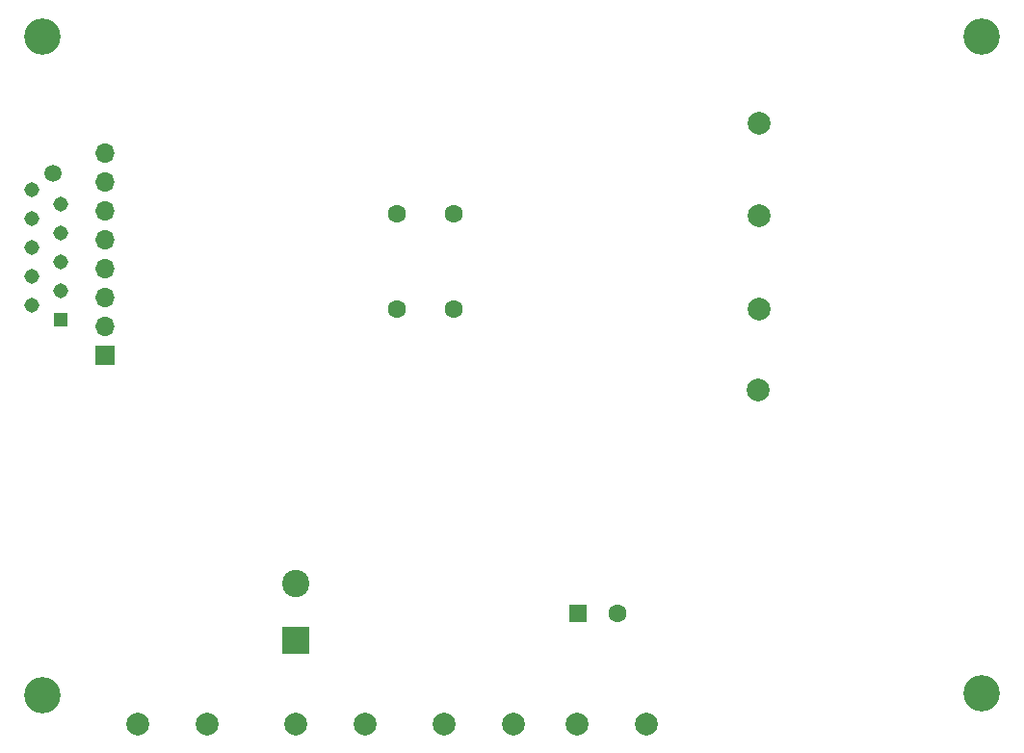
<source format=gbr>
G04 #@! TF.GenerationSoftware,KiCad,Pcbnew,(5.1.9-0-10_14)*
G04 #@! TF.CreationDate,2021-03-23T09:48:54+01:00*
G04 #@! TF.ProjectId,dac-cs4344,6461632d-6373-4343-9334-342e6b696361,rev?*
G04 #@! TF.SameCoordinates,Original*
G04 #@! TF.FileFunction,Soldermask,Bot*
G04 #@! TF.FilePolarity,Negative*
%FSLAX46Y46*%
G04 Gerber Fmt 4.6, Leading zero omitted, Abs format (unit mm)*
G04 Created by KiCad (PCBNEW (5.1.9-0-10_14)) date 2021-03-23 09:48:54*
%MOMM*%
%LPD*%
G01*
G04 APERTURE LIST*
%ADD10R,1.308000X1.308000*%
%ADD11C,1.308000*%
%ADD12C,1.500000*%
%ADD13O,1.700000X1.700000*%
%ADD14R,1.700000X1.700000*%
%ADD15C,2.000000*%
%ADD16C,1.600000*%
%ADD17R,1.600000X1.600000*%
%ADD18C,3.200000*%
%ADD19C,2.400000*%
%ADD20R,2.400000X2.400000*%
G04 APERTURE END LIST*
D10*
X115294000Y-86490000D03*
D11*
X112754000Y-85220000D03*
X115294000Y-83950000D03*
X112754000Y-82680000D03*
X115294000Y-81410000D03*
X112754000Y-80140000D03*
X115294000Y-78870000D03*
X112754000Y-77600000D03*
X115294000Y-76330000D03*
X112754000Y-75060000D03*
D12*
X114554000Y-73660000D03*
D13*
X119126000Y-71882000D03*
X119126000Y-74422000D03*
X119126000Y-76962000D03*
X119126000Y-79502000D03*
X119126000Y-82042000D03*
X119126000Y-84582000D03*
X119126000Y-87122000D03*
D14*
X119126000Y-89662000D03*
D15*
X176657000Y-77343000D03*
X176530000Y-92710000D03*
X176657000Y-85598000D03*
D16*
X144780000Y-77216000D03*
X149780000Y-77216000D03*
X144780000Y-85598000D03*
X149780000Y-85598000D03*
D15*
X176657000Y-69215000D03*
X141986000Y-122047000D03*
X135890000Y-122047000D03*
D16*
X164211000Y-112331500D03*
D17*
X160711000Y-112331500D03*
D15*
X122047000Y-122047000D03*
X128143000Y-122047000D03*
X155067000Y-122047000D03*
X160655000Y-122047000D03*
X166751000Y-122047000D03*
X148971000Y-122047000D03*
D18*
X113665000Y-119507000D03*
X196215000Y-119380000D03*
X196215000Y-61595000D03*
X113665000Y-61595000D03*
D19*
X135890000Y-109681000D03*
D20*
X135890000Y-114681000D03*
M02*

</source>
